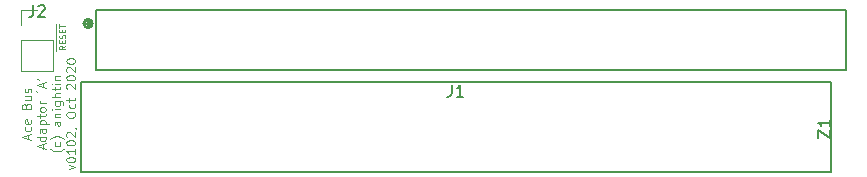
<source format=gbr>
G04 #@! TF.GenerationSoftware,KiCad,Pcbnew,(5.0.1-3-g963ef8bb5)*
G04 #@! TF.CreationDate,2020-10-13T22:01:46+01:00*
G04 #@! TF.ProjectId,ACE_Backplane_Adaptor,4143455F4261636B706C616E655F4164,rev?*
G04 #@! TF.SameCoordinates,Original*
G04 #@! TF.FileFunction,Legend,Top*
G04 #@! TF.FilePolarity,Positive*
%FSLAX46Y46*%
G04 Gerber Fmt 4.6, Leading zero omitted, Abs format (unit mm)*
G04 Created by KiCad (PCBNEW (5.0.1-3-g963ef8bb5)) date Tuesday, 13 October 2020 at 22:01:46*
%MOMM*%
%LPD*%
G01*
G04 APERTURE LIST*
%ADD10C,0.200000*%
%ADD11C,0.125000*%
%ADD12C,0.150000*%
%ADD13C,0.120000*%
G04 APERTURE END LIST*
D10*
X116606609Y-87228391D02*
G75*
G03X116606609Y-87228391I-401609J0D01*
G01*
X116511605Y-87249000D02*
G75*
G03X116511605Y-87249000I-179605J0D01*
G01*
X116488981Y-87249000D02*
G75*
G03X116488981Y-87249000I-283981J0D01*
G01*
X116332000Y-87249000D02*
G75*
G03X116332000Y-87249000I-127000J0D01*
G01*
D11*
X113523500Y-89522952D02*
X113523500Y-89022952D01*
X114272190Y-89118190D02*
X114034095Y-89284857D01*
X114272190Y-89403904D02*
X113772190Y-89403904D01*
X113772190Y-89213428D01*
X113796000Y-89165809D01*
X113819809Y-89142000D01*
X113867428Y-89118190D01*
X113938857Y-89118190D01*
X113986476Y-89142000D01*
X114010285Y-89165809D01*
X114034095Y-89213428D01*
X114034095Y-89403904D01*
X113523500Y-89022952D02*
X113523500Y-88570571D01*
X114010285Y-88903904D02*
X114010285Y-88737238D01*
X114272190Y-88665809D02*
X114272190Y-88903904D01*
X113772190Y-88903904D01*
X113772190Y-88665809D01*
X113523500Y-88570571D02*
X113523500Y-88094380D01*
X114248380Y-88475333D02*
X114272190Y-88403904D01*
X114272190Y-88284857D01*
X114248380Y-88237238D01*
X114224571Y-88213428D01*
X114176952Y-88189619D01*
X114129333Y-88189619D01*
X114081714Y-88213428D01*
X114057904Y-88237238D01*
X114034095Y-88284857D01*
X114010285Y-88380095D01*
X113986476Y-88427714D01*
X113962666Y-88451523D01*
X113915047Y-88475333D01*
X113867428Y-88475333D01*
X113819809Y-88451523D01*
X113796000Y-88427714D01*
X113772190Y-88380095D01*
X113772190Y-88261047D01*
X113796000Y-88189619D01*
X113523500Y-88094380D02*
X113523500Y-87642000D01*
X114010285Y-87975333D02*
X114010285Y-87808666D01*
X114272190Y-87737238D02*
X114272190Y-87975333D01*
X113772190Y-87975333D01*
X113772190Y-87737238D01*
X113523500Y-87642000D02*
X113523500Y-87261047D01*
X113772190Y-87594380D02*
X113772190Y-87308666D01*
X114272190Y-87451523D02*
X113772190Y-87451523D01*
X111153000Y-96994000D02*
X111153000Y-96636857D01*
X111367285Y-97065428D02*
X110617285Y-96815428D01*
X111367285Y-96565428D01*
X111331571Y-95994000D02*
X111367285Y-96065428D01*
X111367285Y-96208285D01*
X111331571Y-96279714D01*
X111295857Y-96315428D01*
X111224428Y-96351142D01*
X111010142Y-96351142D01*
X110938714Y-96315428D01*
X110903000Y-96279714D01*
X110867285Y-96208285D01*
X110867285Y-96065428D01*
X110903000Y-95994000D01*
X111331571Y-95386857D02*
X111367285Y-95458285D01*
X111367285Y-95601142D01*
X111331571Y-95672571D01*
X111260142Y-95708285D01*
X110974428Y-95708285D01*
X110903000Y-95672571D01*
X110867285Y-95601142D01*
X110867285Y-95458285D01*
X110903000Y-95386857D01*
X110974428Y-95351142D01*
X111045857Y-95351142D01*
X111117285Y-95708285D01*
X110974428Y-94208285D02*
X111010142Y-94101142D01*
X111045857Y-94065428D01*
X111117285Y-94029714D01*
X111224428Y-94029714D01*
X111295857Y-94065428D01*
X111331571Y-94101142D01*
X111367285Y-94172571D01*
X111367285Y-94458285D01*
X110617285Y-94458285D01*
X110617285Y-94208285D01*
X110653000Y-94136857D01*
X110688714Y-94101142D01*
X110760142Y-94065428D01*
X110831571Y-94065428D01*
X110903000Y-94101142D01*
X110938714Y-94136857D01*
X110974428Y-94208285D01*
X110974428Y-94458285D01*
X110867285Y-93386857D02*
X111367285Y-93386857D01*
X110867285Y-93708285D02*
X111260142Y-93708285D01*
X111331571Y-93672571D01*
X111367285Y-93601142D01*
X111367285Y-93494000D01*
X111331571Y-93422571D01*
X111295857Y-93386857D01*
X111331571Y-93065428D02*
X111367285Y-92994000D01*
X111367285Y-92851142D01*
X111331571Y-92779714D01*
X111260142Y-92744000D01*
X111224428Y-92744000D01*
X111153000Y-92779714D01*
X111117285Y-92851142D01*
X111117285Y-92958285D01*
X111081571Y-93029714D01*
X111010142Y-93065428D01*
X110974428Y-93065428D01*
X110903000Y-93029714D01*
X110867285Y-92958285D01*
X110867285Y-92851142D01*
X110903000Y-92779714D01*
X112403000Y-97815428D02*
X112403000Y-97458285D01*
X112617285Y-97886857D02*
X111867285Y-97636857D01*
X112617285Y-97386857D01*
X112617285Y-96815428D02*
X111867285Y-96815428D01*
X112581571Y-96815428D02*
X112617285Y-96886857D01*
X112617285Y-97029714D01*
X112581571Y-97101142D01*
X112545857Y-97136857D01*
X112474428Y-97172571D01*
X112260142Y-97172571D01*
X112188714Y-97136857D01*
X112153000Y-97101142D01*
X112117285Y-97029714D01*
X112117285Y-96886857D01*
X112153000Y-96815428D01*
X112617285Y-96136857D02*
X112224428Y-96136857D01*
X112153000Y-96172571D01*
X112117285Y-96244000D01*
X112117285Y-96386857D01*
X112153000Y-96458285D01*
X112581571Y-96136857D02*
X112617285Y-96208285D01*
X112617285Y-96386857D01*
X112581571Y-96458285D01*
X112510142Y-96494000D01*
X112438714Y-96494000D01*
X112367285Y-96458285D01*
X112331571Y-96386857D01*
X112331571Y-96208285D01*
X112295857Y-96136857D01*
X112117285Y-95779714D02*
X112867285Y-95779714D01*
X112153000Y-95779714D02*
X112117285Y-95708285D01*
X112117285Y-95565428D01*
X112153000Y-95494000D01*
X112188714Y-95458285D01*
X112260142Y-95422571D01*
X112474428Y-95422571D01*
X112545857Y-95458285D01*
X112581571Y-95494000D01*
X112617285Y-95565428D01*
X112617285Y-95708285D01*
X112581571Y-95779714D01*
X112117285Y-95208285D02*
X112117285Y-94922571D01*
X111867285Y-95101142D02*
X112510142Y-95101142D01*
X112581571Y-95065428D01*
X112617285Y-94994000D01*
X112617285Y-94922571D01*
X112617285Y-94565428D02*
X112581571Y-94636857D01*
X112545857Y-94672571D01*
X112474428Y-94708285D01*
X112260142Y-94708285D01*
X112188714Y-94672571D01*
X112153000Y-94636857D01*
X112117285Y-94565428D01*
X112117285Y-94458285D01*
X112153000Y-94386857D01*
X112188714Y-94351142D01*
X112260142Y-94315428D01*
X112474428Y-94315428D01*
X112545857Y-94351142D01*
X112581571Y-94386857D01*
X112617285Y-94458285D01*
X112617285Y-94565428D01*
X112617285Y-93994000D02*
X112117285Y-93994000D01*
X112260142Y-93994000D02*
X112188714Y-93958285D01*
X112153000Y-93922571D01*
X112117285Y-93851142D01*
X112117285Y-93779714D01*
X111903000Y-92994000D02*
X111867285Y-92994000D01*
X111795857Y-92958285D01*
X111760142Y-92922571D01*
X112403000Y-92636857D02*
X112403000Y-92279714D01*
X112617285Y-92708285D02*
X111867285Y-92458285D01*
X112617285Y-92208285D01*
X111867285Y-91922571D02*
X111903000Y-91922571D01*
X111974428Y-91958285D01*
X112010142Y-91994000D01*
X114153000Y-97851142D02*
X114117285Y-97886857D01*
X114010142Y-97958285D01*
X113938714Y-97994000D01*
X113831571Y-98029714D01*
X113653000Y-98065428D01*
X113510142Y-98065428D01*
X113331571Y-98029714D01*
X113224428Y-97994000D01*
X113153000Y-97958285D01*
X113045857Y-97886857D01*
X113010142Y-97851142D01*
X113831571Y-97244000D02*
X113867285Y-97315428D01*
X113867285Y-97458285D01*
X113831571Y-97529714D01*
X113795857Y-97565428D01*
X113724428Y-97601142D01*
X113510142Y-97601142D01*
X113438714Y-97565428D01*
X113403000Y-97529714D01*
X113367285Y-97458285D01*
X113367285Y-97315428D01*
X113403000Y-97244000D01*
X114153000Y-96994000D02*
X114117285Y-96958285D01*
X114010142Y-96886857D01*
X113938714Y-96851142D01*
X113831571Y-96815428D01*
X113653000Y-96779714D01*
X113510142Y-96779714D01*
X113331571Y-96815428D01*
X113224428Y-96851142D01*
X113153000Y-96886857D01*
X113045857Y-96958285D01*
X113010142Y-96994000D01*
X113867285Y-95529714D02*
X113474428Y-95529714D01*
X113403000Y-95565428D01*
X113367285Y-95636857D01*
X113367285Y-95779714D01*
X113403000Y-95851142D01*
X113831571Y-95529714D02*
X113867285Y-95601142D01*
X113867285Y-95779714D01*
X113831571Y-95851142D01*
X113760142Y-95886857D01*
X113688714Y-95886857D01*
X113617285Y-95851142D01*
X113581571Y-95779714D01*
X113581571Y-95601142D01*
X113545857Y-95529714D01*
X113367285Y-95172571D02*
X113867285Y-95172571D01*
X113438714Y-95172571D02*
X113403000Y-95136857D01*
X113367285Y-95065428D01*
X113367285Y-94958285D01*
X113403000Y-94886857D01*
X113474428Y-94851142D01*
X113867285Y-94851142D01*
X113867285Y-94494000D02*
X113367285Y-94494000D01*
X113117285Y-94494000D02*
X113153000Y-94529714D01*
X113188714Y-94494000D01*
X113153000Y-94458285D01*
X113117285Y-94494000D01*
X113188714Y-94494000D01*
X113367285Y-93815428D02*
X113974428Y-93815428D01*
X114045857Y-93851142D01*
X114081571Y-93886857D01*
X114117285Y-93958285D01*
X114117285Y-94065428D01*
X114081571Y-94136857D01*
X113831571Y-93815428D02*
X113867285Y-93886857D01*
X113867285Y-94029714D01*
X113831571Y-94101142D01*
X113795857Y-94136857D01*
X113724428Y-94172571D01*
X113510142Y-94172571D01*
X113438714Y-94136857D01*
X113403000Y-94101142D01*
X113367285Y-94029714D01*
X113367285Y-93886857D01*
X113403000Y-93815428D01*
X113867285Y-93458285D02*
X113117285Y-93458285D01*
X113867285Y-93136857D02*
X113474428Y-93136857D01*
X113403000Y-93172571D01*
X113367285Y-93244000D01*
X113367285Y-93351142D01*
X113403000Y-93422571D01*
X113438714Y-93458285D01*
X113367285Y-92886857D02*
X113367285Y-92601142D01*
X113117285Y-92779714D02*
X113760142Y-92779714D01*
X113831571Y-92744000D01*
X113867285Y-92672571D01*
X113867285Y-92601142D01*
X113867285Y-92351142D02*
X113367285Y-92351142D01*
X113117285Y-92351142D02*
X113153000Y-92386857D01*
X113188714Y-92351142D01*
X113153000Y-92315428D01*
X113117285Y-92351142D01*
X113188714Y-92351142D01*
X113367285Y-91994000D02*
X113867285Y-91994000D01*
X113438714Y-91994000D02*
X113403000Y-91958285D01*
X113367285Y-91886857D01*
X113367285Y-91779714D01*
X113403000Y-91708285D01*
X113474428Y-91672571D01*
X113867285Y-91672571D01*
X114617285Y-99583285D02*
X115117285Y-99404714D01*
X114617285Y-99226142D01*
X114367285Y-98797571D02*
X114367285Y-98726142D01*
X114403000Y-98654714D01*
X114438714Y-98619000D01*
X114510142Y-98583285D01*
X114653000Y-98547571D01*
X114831571Y-98547571D01*
X114974428Y-98583285D01*
X115045857Y-98619000D01*
X115081571Y-98654714D01*
X115117285Y-98726142D01*
X115117285Y-98797571D01*
X115081571Y-98869000D01*
X115045857Y-98904714D01*
X114974428Y-98940428D01*
X114831571Y-98976142D01*
X114653000Y-98976142D01*
X114510142Y-98940428D01*
X114438714Y-98904714D01*
X114403000Y-98869000D01*
X114367285Y-98797571D01*
X115117285Y-97833285D02*
X115117285Y-98261857D01*
X115117285Y-98047571D02*
X114367285Y-98047571D01*
X114474428Y-98119000D01*
X114545857Y-98190428D01*
X114581571Y-98261857D01*
X114367285Y-97369000D02*
X114367285Y-97297571D01*
X114403000Y-97226142D01*
X114438714Y-97190428D01*
X114510142Y-97154714D01*
X114653000Y-97119000D01*
X114831571Y-97119000D01*
X114974428Y-97154714D01*
X115045857Y-97190428D01*
X115081571Y-97226142D01*
X115117285Y-97297571D01*
X115117285Y-97369000D01*
X115081571Y-97440428D01*
X115045857Y-97476142D01*
X114974428Y-97511857D01*
X114831571Y-97547571D01*
X114653000Y-97547571D01*
X114510142Y-97511857D01*
X114438714Y-97476142D01*
X114403000Y-97440428D01*
X114367285Y-97369000D01*
X114438714Y-96833285D02*
X114403000Y-96797571D01*
X114367285Y-96726142D01*
X114367285Y-96547571D01*
X114403000Y-96476142D01*
X114438714Y-96440428D01*
X114510142Y-96404714D01*
X114581571Y-96404714D01*
X114688714Y-96440428D01*
X115117285Y-96869000D01*
X115117285Y-96404714D01*
X115081571Y-96047571D02*
X115117285Y-96047571D01*
X115188714Y-96083285D01*
X115224428Y-96119000D01*
X114367285Y-95011857D02*
X114367285Y-94869000D01*
X114403000Y-94797571D01*
X114474428Y-94726142D01*
X114617285Y-94690428D01*
X114867285Y-94690428D01*
X115010142Y-94726142D01*
X115081571Y-94797571D01*
X115117285Y-94869000D01*
X115117285Y-95011857D01*
X115081571Y-95083285D01*
X115010142Y-95154714D01*
X114867285Y-95190428D01*
X114617285Y-95190428D01*
X114474428Y-95154714D01*
X114403000Y-95083285D01*
X114367285Y-95011857D01*
X115081571Y-94047571D02*
X115117285Y-94119000D01*
X115117285Y-94261857D01*
X115081571Y-94333285D01*
X115045857Y-94369000D01*
X114974428Y-94404714D01*
X114760142Y-94404714D01*
X114688714Y-94369000D01*
X114653000Y-94333285D01*
X114617285Y-94261857D01*
X114617285Y-94119000D01*
X114653000Y-94047571D01*
X114617285Y-93833285D02*
X114617285Y-93547571D01*
X114367285Y-93726142D02*
X115010142Y-93726142D01*
X115081571Y-93690428D01*
X115117285Y-93619000D01*
X115117285Y-93547571D01*
X114438714Y-92761857D02*
X114403000Y-92726142D01*
X114367285Y-92654714D01*
X114367285Y-92476142D01*
X114403000Y-92404714D01*
X114438714Y-92369000D01*
X114510142Y-92333285D01*
X114581571Y-92333285D01*
X114688714Y-92369000D01*
X115117285Y-92797571D01*
X115117285Y-92333285D01*
X114367285Y-91869000D02*
X114367285Y-91797571D01*
X114403000Y-91726142D01*
X114438714Y-91690428D01*
X114510142Y-91654714D01*
X114653000Y-91619000D01*
X114831571Y-91619000D01*
X114974428Y-91654714D01*
X115045857Y-91690428D01*
X115081571Y-91726142D01*
X115117285Y-91797571D01*
X115117285Y-91869000D01*
X115081571Y-91940428D01*
X115045857Y-91976142D01*
X114974428Y-92011857D01*
X114831571Y-92047571D01*
X114653000Y-92047571D01*
X114510142Y-92011857D01*
X114438714Y-91976142D01*
X114403000Y-91940428D01*
X114367285Y-91869000D01*
X114438714Y-91333285D02*
X114403000Y-91297571D01*
X114367285Y-91226142D01*
X114367285Y-91047571D01*
X114403000Y-90976142D01*
X114438714Y-90940428D01*
X114510142Y-90904714D01*
X114581571Y-90904714D01*
X114688714Y-90940428D01*
X115117285Y-91369000D01*
X115117285Y-90904714D01*
X114367285Y-90440428D02*
X114367285Y-90369000D01*
X114403000Y-90297571D01*
X114438714Y-90261857D01*
X114510142Y-90226142D01*
X114653000Y-90190428D01*
X114831571Y-90190428D01*
X114974428Y-90226142D01*
X115045857Y-90261857D01*
X115081571Y-90297571D01*
X115117285Y-90369000D01*
X115117285Y-90440428D01*
X115081571Y-90511857D01*
X115045857Y-90547571D01*
X114974428Y-90583285D01*
X114831571Y-90619000D01*
X114653000Y-90619000D01*
X114510142Y-90583285D01*
X114438714Y-90547571D01*
X114403000Y-90511857D01*
X114367285Y-90440428D01*
D12*
G04 #@! TO.C,Z1*
X179145001Y-99793001D02*
X116915001Y-99793001D01*
X179145001Y-92173001D02*
X179145001Y-99793001D01*
X116915001Y-92173001D02*
X179145001Y-92173001D01*
X116915001Y-92173001D02*
X115645001Y-92173001D01*
X116915001Y-99793001D02*
X115645001Y-99793001D01*
X115645001Y-92173001D02*
X115645001Y-99793001D01*
D13*
G04 #@! TO.C,J2*
X110557000Y-91246000D02*
X113217000Y-91246000D01*
X110557000Y-88646000D02*
X110557000Y-91246000D01*
X113217000Y-88646000D02*
X113217000Y-91246000D01*
X110557000Y-88646000D02*
X113217000Y-88646000D01*
X110557000Y-87376000D02*
X110557000Y-86046000D01*
X110557000Y-86046000D02*
X111887000Y-86046000D01*
D12*
G04 #@! TO.C,J1*
X180340000Y-86106000D02*
X116840000Y-86106000D01*
X180340000Y-91186000D02*
X180340000Y-86106000D01*
X116840000Y-91186000D02*
X180340000Y-91186000D01*
X116840000Y-86106000D02*
X116840000Y-91186000D01*
G04 #@! TO.C,Z1*
X178014380Y-96948523D02*
X178014380Y-96281857D01*
X179014380Y-96948523D01*
X179014380Y-96281857D01*
X179014380Y-95377095D02*
X179014380Y-95948523D01*
X179014380Y-95662809D02*
X178014380Y-95662809D01*
X178157238Y-95758047D01*
X178252476Y-95853285D01*
X178300095Y-95948523D01*
G04 #@! TO.C,J2*
X111553666Y-85685380D02*
X111553666Y-86399666D01*
X111506047Y-86542523D01*
X111410809Y-86637761D01*
X111267952Y-86685380D01*
X111172714Y-86685380D01*
X111982238Y-85780619D02*
X112029857Y-85733000D01*
X112125095Y-85685380D01*
X112363190Y-85685380D01*
X112458428Y-85733000D01*
X112506047Y-85780619D01*
X112553666Y-85875857D01*
X112553666Y-85971095D01*
X112506047Y-86113952D01*
X111934619Y-86685380D01*
X112553666Y-86685380D01*
G04 #@! TO.C,J1*
X146986666Y-92416380D02*
X146986666Y-93130666D01*
X146939047Y-93273523D01*
X146843809Y-93368761D01*
X146700952Y-93416380D01*
X146605714Y-93416380D01*
X147986666Y-93416380D02*
X147415238Y-93416380D01*
X147700952Y-93416380D02*
X147700952Y-92416380D01*
X147605714Y-92559238D01*
X147510476Y-92654476D01*
X147415238Y-92702095D01*
G04 #@! TD*
M02*

</source>
